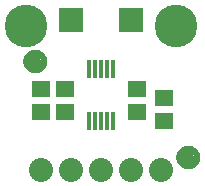
<source format=gbr>
G04 EAGLE Gerber RS-274X export*
G75*
%MOMM*%
%FSLAX34Y34*%
%LPD*%
%INSoldermask Top*%
%IPPOS*%
%AMOC8*
5,1,8,0,0,1.08239X$1,22.5*%
G01*
%ADD10R,0.350000X1.550000*%
%ADD11C,1.101600*%
%ADD12C,0.500000*%
%ADD13C,3.617600*%
%ADD14R,1.601600X1.401600*%
%ADD15C,2.032000*%
%ADD16R,2.101600X2.101600*%
%ADD17C,1.308000*%


D10*
X78900Y59280D03*
X83900Y59280D03*
X88900Y59280D03*
X93900Y59280D03*
X98900Y59280D03*
X98900Y103280D03*
X93900Y103280D03*
X88900Y103280D03*
X83900Y103280D03*
X78900Y103280D03*
D11*
X162560Y27940D03*
D12*
X162560Y35440D02*
X162379Y35438D01*
X162198Y35431D01*
X162017Y35420D01*
X161836Y35405D01*
X161656Y35385D01*
X161476Y35361D01*
X161297Y35333D01*
X161119Y35300D01*
X160942Y35263D01*
X160765Y35222D01*
X160590Y35177D01*
X160415Y35127D01*
X160242Y35073D01*
X160071Y35015D01*
X159900Y34953D01*
X159732Y34886D01*
X159565Y34816D01*
X159399Y34742D01*
X159236Y34663D01*
X159075Y34581D01*
X158915Y34495D01*
X158758Y34405D01*
X158603Y34311D01*
X158450Y34214D01*
X158300Y34112D01*
X158152Y34008D01*
X158006Y33899D01*
X157864Y33788D01*
X157724Y33672D01*
X157587Y33554D01*
X157452Y33432D01*
X157321Y33307D01*
X157193Y33179D01*
X157068Y33048D01*
X156946Y32913D01*
X156828Y32776D01*
X156712Y32636D01*
X156601Y32494D01*
X156492Y32348D01*
X156388Y32200D01*
X156286Y32050D01*
X156189Y31897D01*
X156095Y31742D01*
X156005Y31585D01*
X155919Y31425D01*
X155837Y31264D01*
X155758Y31101D01*
X155684Y30935D01*
X155614Y30768D01*
X155547Y30600D01*
X155485Y30429D01*
X155427Y30258D01*
X155373Y30085D01*
X155323Y29910D01*
X155278Y29735D01*
X155237Y29558D01*
X155200Y29381D01*
X155167Y29203D01*
X155139Y29024D01*
X155115Y28844D01*
X155095Y28664D01*
X155080Y28483D01*
X155069Y28302D01*
X155062Y28121D01*
X155060Y27940D01*
X162560Y35440D02*
X162741Y35438D01*
X162922Y35431D01*
X163103Y35420D01*
X163284Y35405D01*
X163464Y35385D01*
X163644Y35361D01*
X163823Y35333D01*
X164001Y35300D01*
X164178Y35263D01*
X164355Y35222D01*
X164530Y35177D01*
X164705Y35127D01*
X164878Y35073D01*
X165049Y35015D01*
X165220Y34953D01*
X165388Y34886D01*
X165555Y34816D01*
X165721Y34742D01*
X165884Y34663D01*
X166045Y34581D01*
X166205Y34495D01*
X166362Y34405D01*
X166517Y34311D01*
X166670Y34214D01*
X166820Y34112D01*
X166968Y34008D01*
X167114Y33899D01*
X167256Y33788D01*
X167396Y33672D01*
X167533Y33554D01*
X167668Y33432D01*
X167799Y33307D01*
X167927Y33179D01*
X168052Y33048D01*
X168174Y32913D01*
X168292Y32776D01*
X168408Y32636D01*
X168519Y32494D01*
X168628Y32348D01*
X168732Y32200D01*
X168834Y32050D01*
X168931Y31897D01*
X169025Y31742D01*
X169115Y31585D01*
X169201Y31425D01*
X169283Y31264D01*
X169362Y31101D01*
X169436Y30935D01*
X169506Y30768D01*
X169573Y30600D01*
X169635Y30429D01*
X169693Y30258D01*
X169747Y30085D01*
X169797Y29910D01*
X169842Y29735D01*
X169883Y29558D01*
X169920Y29381D01*
X169953Y29203D01*
X169981Y29024D01*
X170005Y28844D01*
X170025Y28664D01*
X170040Y28483D01*
X170051Y28302D01*
X170058Y28121D01*
X170060Y27940D01*
X170058Y27759D01*
X170051Y27578D01*
X170040Y27397D01*
X170025Y27216D01*
X170005Y27036D01*
X169981Y26856D01*
X169953Y26677D01*
X169920Y26499D01*
X169883Y26322D01*
X169842Y26145D01*
X169797Y25970D01*
X169747Y25795D01*
X169693Y25622D01*
X169635Y25451D01*
X169573Y25280D01*
X169506Y25112D01*
X169436Y24945D01*
X169362Y24779D01*
X169283Y24616D01*
X169201Y24455D01*
X169115Y24295D01*
X169025Y24138D01*
X168931Y23983D01*
X168834Y23830D01*
X168732Y23680D01*
X168628Y23532D01*
X168519Y23386D01*
X168408Y23244D01*
X168292Y23104D01*
X168174Y22967D01*
X168052Y22832D01*
X167927Y22701D01*
X167799Y22573D01*
X167668Y22448D01*
X167533Y22326D01*
X167396Y22208D01*
X167256Y22092D01*
X167114Y21981D01*
X166968Y21872D01*
X166820Y21768D01*
X166670Y21666D01*
X166517Y21569D01*
X166362Y21475D01*
X166205Y21385D01*
X166045Y21299D01*
X165884Y21217D01*
X165721Y21138D01*
X165555Y21064D01*
X165388Y20994D01*
X165220Y20927D01*
X165049Y20865D01*
X164878Y20807D01*
X164705Y20753D01*
X164530Y20703D01*
X164355Y20658D01*
X164178Y20617D01*
X164001Y20580D01*
X163823Y20547D01*
X163644Y20519D01*
X163464Y20495D01*
X163284Y20475D01*
X163103Y20460D01*
X162922Y20449D01*
X162741Y20442D01*
X162560Y20440D01*
X162379Y20442D01*
X162198Y20449D01*
X162017Y20460D01*
X161836Y20475D01*
X161656Y20495D01*
X161476Y20519D01*
X161297Y20547D01*
X161119Y20580D01*
X160942Y20617D01*
X160765Y20658D01*
X160590Y20703D01*
X160415Y20753D01*
X160242Y20807D01*
X160071Y20865D01*
X159900Y20927D01*
X159732Y20994D01*
X159565Y21064D01*
X159399Y21138D01*
X159236Y21217D01*
X159075Y21299D01*
X158915Y21385D01*
X158758Y21475D01*
X158603Y21569D01*
X158450Y21666D01*
X158300Y21768D01*
X158152Y21872D01*
X158006Y21981D01*
X157864Y22092D01*
X157724Y22208D01*
X157587Y22326D01*
X157452Y22448D01*
X157321Y22573D01*
X157193Y22701D01*
X157068Y22832D01*
X156946Y22967D01*
X156828Y23104D01*
X156712Y23244D01*
X156601Y23386D01*
X156492Y23532D01*
X156388Y23680D01*
X156286Y23830D01*
X156189Y23983D01*
X156095Y24138D01*
X156005Y24295D01*
X155919Y24455D01*
X155837Y24616D01*
X155758Y24779D01*
X155684Y24945D01*
X155614Y25112D01*
X155547Y25280D01*
X155485Y25451D01*
X155427Y25622D01*
X155373Y25795D01*
X155323Y25970D01*
X155278Y26145D01*
X155237Y26322D01*
X155200Y26499D01*
X155167Y26677D01*
X155139Y26856D01*
X155115Y27036D01*
X155095Y27216D01*
X155080Y27397D01*
X155069Y27578D01*
X155062Y27759D01*
X155060Y27940D01*
D11*
X33020Y109220D03*
D12*
X33020Y116720D02*
X32839Y116718D01*
X32658Y116711D01*
X32477Y116700D01*
X32296Y116685D01*
X32116Y116665D01*
X31936Y116641D01*
X31757Y116613D01*
X31579Y116580D01*
X31402Y116543D01*
X31225Y116502D01*
X31050Y116457D01*
X30875Y116407D01*
X30702Y116353D01*
X30531Y116295D01*
X30360Y116233D01*
X30192Y116166D01*
X30025Y116096D01*
X29859Y116022D01*
X29696Y115943D01*
X29535Y115861D01*
X29375Y115775D01*
X29218Y115685D01*
X29063Y115591D01*
X28910Y115494D01*
X28760Y115392D01*
X28612Y115288D01*
X28466Y115179D01*
X28324Y115068D01*
X28184Y114952D01*
X28047Y114834D01*
X27912Y114712D01*
X27781Y114587D01*
X27653Y114459D01*
X27528Y114328D01*
X27406Y114193D01*
X27288Y114056D01*
X27172Y113916D01*
X27061Y113774D01*
X26952Y113628D01*
X26848Y113480D01*
X26746Y113330D01*
X26649Y113177D01*
X26555Y113022D01*
X26465Y112865D01*
X26379Y112705D01*
X26297Y112544D01*
X26218Y112381D01*
X26144Y112215D01*
X26074Y112048D01*
X26007Y111880D01*
X25945Y111709D01*
X25887Y111538D01*
X25833Y111365D01*
X25783Y111190D01*
X25738Y111015D01*
X25697Y110838D01*
X25660Y110661D01*
X25627Y110483D01*
X25599Y110304D01*
X25575Y110124D01*
X25555Y109944D01*
X25540Y109763D01*
X25529Y109582D01*
X25522Y109401D01*
X25520Y109220D01*
X33020Y116720D02*
X33201Y116718D01*
X33382Y116711D01*
X33563Y116700D01*
X33744Y116685D01*
X33924Y116665D01*
X34104Y116641D01*
X34283Y116613D01*
X34461Y116580D01*
X34638Y116543D01*
X34815Y116502D01*
X34990Y116457D01*
X35165Y116407D01*
X35338Y116353D01*
X35509Y116295D01*
X35680Y116233D01*
X35848Y116166D01*
X36015Y116096D01*
X36181Y116022D01*
X36344Y115943D01*
X36505Y115861D01*
X36665Y115775D01*
X36822Y115685D01*
X36977Y115591D01*
X37130Y115494D01*
X37280Y115392D01*
X37428Y115288D01*
X37574Y115179D01*
X37716Y115068D01*
X37856Y114952D01*
X37993Y114834D01*
X38128Y114712D01*
X38259Y114587D01*
X38387Y114459D01*
X38512Y114328D01*
X38634Y114193D01*
X38752Y114056D01*
X38868Y113916D01*
X38979Y113774D01*
X39088Y113628D01*
X39192Y113480D01*
X39294Y113330D01*
X39391Y113177D01*
X39485Y113022D01*
X39575Y112865D01*
X39661Y112705D01*
X39743Y112544D01*
X39822Y112381D01*
X39896Y112215D01*
X39966Y112048D01*
X40033Y111880D01*
X40095Y111709D01*
X40153Y111538D01*
X40207Y111365D01*
X40257Y111190D01*
X40302Y111015D01*
X40343Y110838D01*
X40380Y110661D01*
X40413Y110483D01*
X40441Y110304D01*
X40465Y110124D01*
X40485Y109944D01*
X40500Y109763D01*
X40511Y109582D01*
X40518Y109401D01*
X40520Y109220D01*
X40518Y109039D01*
X40511Y108858D01*
X40500Y108677D01*
X40485Y108496D01*
X40465Y108316D01*
X40441Y108136D01*
X40413Y107957D01*
X40380Y107779D01*
X40343Y107602D01*
X40302Y107425D01*
X40257Y107250D01*
X40207Y107075D01*
X40153Y106902D01*
X40095Y106731D01*
X40033Y106560D01*
X39966Y106392D01*
X39896Y106225D01*
X39822Y106059D01*
X39743Y105896D01*
X39661Y105735D01*
X39575Y105575D01*
X39485Y105418D01*
X39391Y105263D01*
X39294Y105110D01*
X39192Y104960D01*
X39088Y104812D01*
X38979Y104666D01*
X38868Y104524D01*
X38752Y104384D01*
X38634Y104247D01*
X38512Y104112D01*
X38387Y103981D01*
X38259Y103853D01*
X38128Y103728D01*
X37993Y103606D01*
X37856Y103488D01*
X37716Y103372D01*
X37574Y103261D01*
X37428Y103152D01*
X37280Y103048D01*
X37130Y102946D01*
X36977Y102849D01*
X36822Y102755D01*
X36665Y102665D01*
X36505Y102579D01*
X36344Y102497D01*
X36181Y102418D01*
X36015Y102344D01*
X35848Y102274D01*
X35680Y102207D01*
X35509Y102145D01*
X35338Y102087D01*
X35165Y102033D01*
X34990Y101983D01*
X34815Y101938D01*
X34638Y101897D01*
X34461Y101860D01*
X34283Y101827D01*
X34104Y101799D01*
X33924Y101775D01*
X33744Y101755D01*
X33563Y101740D01*
X33382Y101729D01*
X33201Y101722D01*
X33020Y101720D01*
X32839Y101722D01*
X32658Y101729D01*
X32477Y101740D01*
X32296Y101755D01*
X32116Y101775D01*
X31936Y101799D01*
X31757Y101827D01*
X31579Y101860D01*
X31402Y101897D01*
X31225Y101938D01*
X31050Y101983D01*
X30875Y102033D01*
X30702Y102087D01*
X30531Y102145D01*
X30360Y102207D01*
X30192Y102274D01*
X30025Y102344D01*
X29859Y102418D01*
X29696Y102497D01*
X29535Y102579D01*
X29375Y102665D01*
X29218Y102755D01*
X29063Y102849D01*
X28910Y102946D01*
X28760Y103048D01*
X28612Y103152D01*
X28466Y103261D01*
X28324Y103372D01*
X28184Y103488D01*
X28047Y103606D01*
X27912Y103728D01*
X27781Y103853D01*
X27653Y103981D01*
X27528Y104112D01*
X27406Y104247D01*
X27288Y104384D01*
X27172Y104524D01*
X27061Y104666D01*
X26952Y104812D01*
X26848Y104960D01*
X26746Y105110D01*
X26649Y105263D01*
X26555Y105418D01*
X26465Y105575D01*
X26379Y105735D01*
X26297Y105896D01*
X26218Y106059D01*
X26144Y106225D01*
X26074Y106392D01*
X26007Y106560D01*
X25945Y106731D01*
X25887Y106902D01*
X25833Y107075D01*
X25783Y107250D01*
X25738Y107425D01*
X25697Y107602D01*
X25660Y107779D01*
X25627Y107957D01*
X25599Y108136D01*
X25575Y108316D01*
X25555Y108496D01*
X25540Y108677D01*
X25529Y108858D01*
X25522Y109039D01*
X25520Y109220D01*
D13*
X25400Y139700D03*
X152400Y139700D03*
D14*
X142240Y59080D03*
X142240Y78080D03*
X38100Y66700D03*
X38100Y85700D03*
X58420Y85700D03*
X58420Y66700D03*
X119380Y66700D03*
X119380Y85700D03*
D15*
X38100Y17780D03*
X63500Y17780D03*
X88900Y17780D03*
X114300Y17780D03*
X139700Y17780D03*
D16*
X114300Y144780D03*
X63500Y144780D03*
D17*
X114300Y144780D03*
X63500Y144780D03*
M02*

</source>
